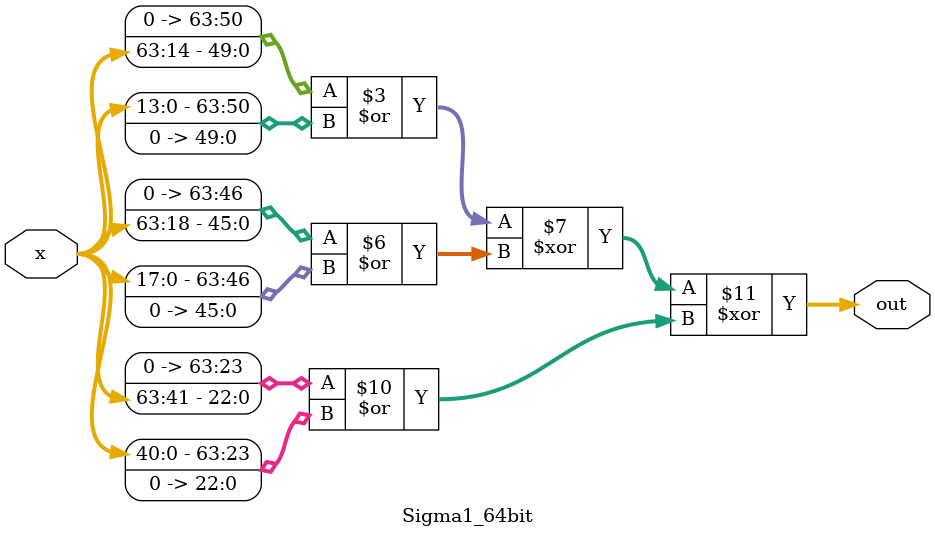
<source format=v>
module Sigma1_64bit (
    input  wire [63:0] x,     // Input 64-bit word
    output wire [63:0] out // Output of σ₁
);

    // Compute σ₁ directly
    assign out = ((x >> 14) | (x << 50)) ^  // (x rightrotate 14)
                    ((x >> 18) | (x << 46)) ^  // (x rightrotate 18)
                    ((x >> 41) | (x << 23));   // (x rightrotate 41)                             
endmodule
</source>
